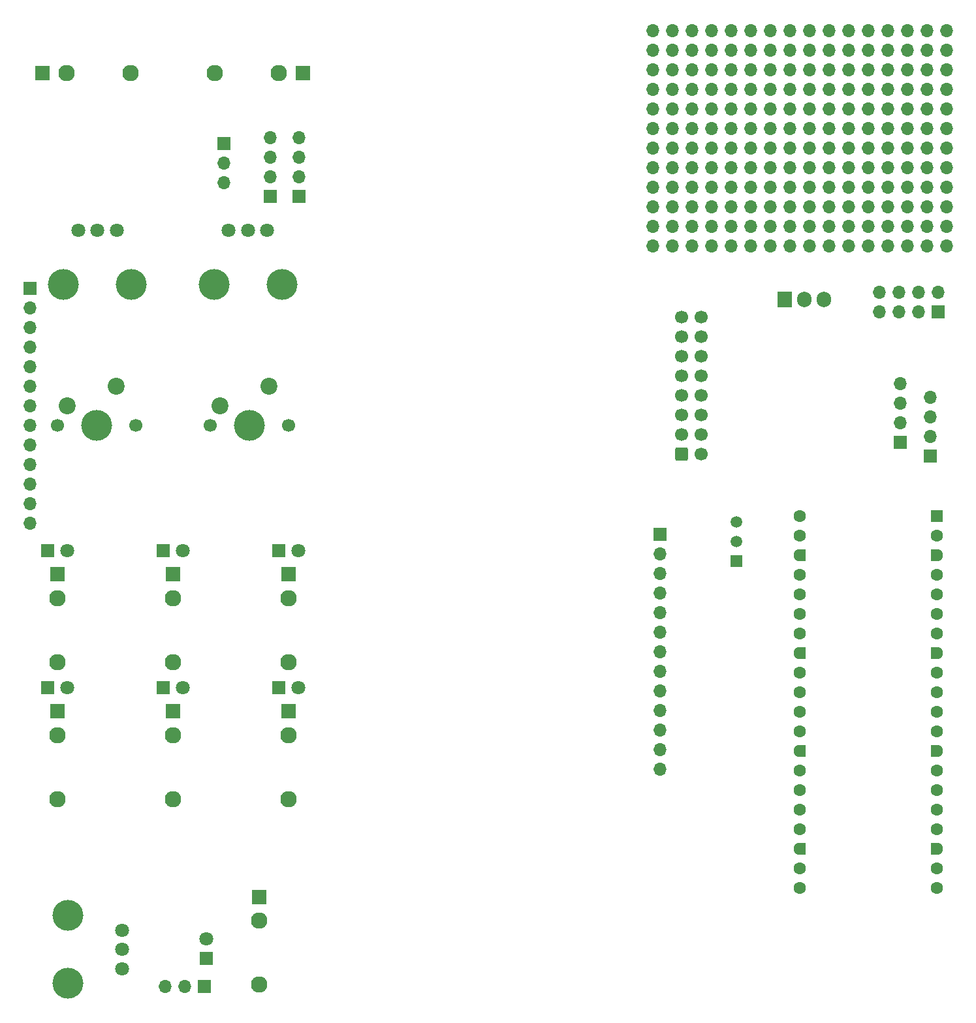
<source format=gbr>
%TF.GenerationSoftware,KiCad,Pcbnew,7.0.9*%
%TF.CreationDate,2024-01-14T22:47:39+01:00*%
%TF.ProjectId,euroPI-kicad_surfacemount_discretes_and_ics,6575726f-5049-42d6-9b69-6361645f7375,rev?*%
%TF.SameCoordinates,Original*%
%TF.FileFunction,Soldermask,Bot*%
%TF.FilePolarity,Negative*%
%FSLAX46Y46*%
G04 Gerber Fmt 4.6, Leading zero omitted, Abs format (unit mm)*
G04 Created by KiCad (PCBNEW 7.0.9) date 2024-01-14 22:47:39*
%MOMM*%
%LPD*%
G01*
G04 APERTURE LIST*
G04 Aperture macros list*
%AMRoundRect*
0 Rectangle with rounded corners*
0 $1 Rounding radius*
0 $2 $3 $4 $5 $6 $7 $8 $9 X,Y pos of 4 corners*
0 Add a 4 corners polygon primitive as box body*
4,1,4,$2,$3,$4,$5,$6,$7,$8,$9,$2,$3,0*
0 Add four circle primitives for the rounded corners*
1,1,$1+$1,$2,$3*
1,1,$1+$1,$4,$5*
1,1,$1+$1,$6,$7*
1,1,$1+$1,$8,$9*
0 Add four rect primitives between the rounded corners*
20,1,$1+$1,$2,$3,$4,$5,0*
20,1,$1+$1,$4,$5,$6,$7,0*
20,1,$1+$1,$6,$7,$8,$9,0*
20,1,$1+$1,$8,$9,$2,$3,0*%
%AMFreePoly0*
4,1,28,0.605014,0.794986,0.644504,0.794986,0.724698,0.756366,0.780194,0.686777,0.800000,0.600000,0.800000,-0.600000,0.780194,-0.686777,0.724698,-0.756366,0.644504,-0.794986,0.605014,-0.794986,0.600000,-0.800000,0.000000,-0.800000,-0.178017,-0.779942,-0.347107,-0.720775,-0.498792,-0.625465,-0.625465,-0.498792,-0.720775,-0.347107,-0.779942,-0.178017,-0.800000,0.000000,-0.779942,0.178017,
-0.720775,0.347107,-0.625465,0.498792,-0.498792,0.625465,-0.347107,0.720775,-0.178017,0.779942,0.000000,0.800000,0.600000,0.800000,0.605014,0.794986,0.605014,0.794986,$1*%
%AMFreePoly1*
4,1,28,0.178017,0.779942,0.347107,0.720775,0.498792,0.625465,0.625465,0.498792,0.720775,0.347107,0.779942,0.178017,0.800000,0.000000,0.779942,-0.178017,0.720775,-0.347107,0.625465,-0.498792,0.498792,-0.625465,0.347107,-0.720775,0.178017,-0.779942,0.000000,-0.800000,-0.600000,-0.800000,-0.605014,-0.794986,-0.644504,-0.794986,-0.724698,-0.756366,-0.780194,-0.686777,-0.800000,-0.600000,
-0.800000,0.600000,-0.780194,0.686777,-0.724698,0.756366,-0.644504,0.794986,-0.605014,0.794986,-0.600000,0.800000,0.000000,0.800000,0.178017,0.779942,0.178017,0.779942,$1*%
G04 Aperture macros list end*
%ADD10O,1.700000X1.700000*%
%ADD11R,1.700000X1.700000*%
%ADD12R,1.830000X1.930000*%
%ADD13C,2.130000*%
%ADD14R,1.930000X1.830000*%
%ADD15R,1.800000X1.800000*%
%ADD16C,1.800000*%
%ADD17C,4.000000*%
%ADD18C,1.700000*%
%ADD19C,2.200000*%
%ADD20R,1.500000X1.500000*%
%ADD21C,1.500000*%
%ADD22RoundRect,0.200000X0.600000X0.600000X-0.600000X0.600000X-0.600000X-0.600000X0.600000X-0.600000X0*%
%ADD23C,1.600000*%
%ADD24FreePoly0,180.000000*%
%ADD25FreePoly1,180.000000*%
%ADD26RoundRect,0.250000X-0.600000X-0.600000X0.600000X-0.600000X0.600000X0.600000X-0.600000X0.600000X0*%
%ADD27R,1.905000X2.000000*%
%ADD28O,1.905000X2.000000*%
G04 APERTURE END LIST*
D10*
%TO.C,REF\u002A\u002A*%
X181610000Y-54610000D03*
X181610000Y-52070000D03*
X181610000Y-49530000D03*
X181610000Y-46990000D03*
X181610000Y-44450000D03*
X181610000Y-41910000D03*
X181610000Y-39370000D03*
X181610000Y-36830000D03*
X181610000Y-34290000D03*
X181610000Y-31750000D03*
X181610000Y-29210000D03*
X181610000Y-26670000D03*
X179070000Y-54610000D03*
X179070000Y-52070000D03*
X179070000Y-49530000D03*
X179070000Y-46990000D03*
X179070000Y-44450000D03*
X179070000Y-41910000D03*
X179070000Y-39370000D03*
X179070000Y-36830000D03*
X179070000Y-34290000D03*
X179070000Y-31750000D03*
X179070000Y-29210000D03*
X179070000Y-26670000D03*
X176530000Y-54610000D03*
X176530000Y-52070000D03*
X176530000Y-49530000D03*
X176530000Y-46990000D03*
X176530000Y-44450000D03*
X176530000Y-41910000D03*
X176530000Y-39370000D03*
X176530000Y-36830000D03*
X176530000Y-34290000D03*
X176530000Y-31750000D03*
X176530000Y-29210000D03*
X176530000Y-26670000D03*
X173990000Y-54610000D03*
X173990000Y-52070000D03*
X173990000Y-49530000D03*
X173990000Y-46990000D03*
X173990000Y-44450000D03*
X173990000Y-41910000D03*
X173990000Y-39370000D03*
X173990000Y-36830000D03*
X173990000Y-34290000D03*
X173990000Y-31750000D03*
X173990000Y-29210000D03*
X173990000Y-26670000D03*
X171450000Y-54610000D03*
X171450000Y-52070000D03*
X171450000Y-49530000D03*
X171450000Y-46990000D03*
X171450000Y-44450000D03*
X171450000Y-41910000D03*
X171450000Y-39370000D03*
X171450000Y-36830000D03*
X171450000Y-34290000D03*
X171450000Y-31750000D03*
X171450000Y-29210000D03*
X171450000Y-26670000D03*
X168910000Y-54610000D03*
X168910000Y-52070000D03*
X168910000Y-49530000D03*
X168910000Y-46990000D03*
X168910000Y-44450000D03*
X168910000Y-41910000D03*
X168910000Y-39370000D03*
X168910000Y-36830000D03*
X168910000Y-34290000D03*
X168910000Y-31750000D03*
X168910000Y-29210000D03*
X168910000Y-26670000D03*
X166370000Y-54610000D03*
X166370000Y-52070000D03*
X166370000Y-49530000D03*
X166370000Y-46990000D03*
X166370000Y-44450000D03*
X166370000Y-41910000D03*
X166370000Y-39370000D03*
X166370000Y-36830000D03*
X166370000Y-34290000D03*
X166370000Y-31750000D03*
X166370000Y-29210000D03*
X166370000Y-26670000D03*
X163830000Y-54610000D03*
X163830000Y-52070000D03*
X163830000Y-49530000D03*
X163830000Y-46990000D03*
X163830000Y-44450000D03*
X163830000Y-41910000D03*
X163830000Y-39370000D03*
X163830000Y-36830000D03*
X163830000Y-34290000D03*
X163830000Y-31750000D03*
X163830000Y-29210000D03*
X163830000Y-26670000D03*
X184150000Y-54610000D03*
X184150000Y-52070000D03*
X184150000Y-49530000D03*
X184150000Y-46990000D03*
X184150000Y-44450000D03*
X184150000Y-41910000D03*
X184150000Y-39370000D03*
X184150000Y-36830000D03*
X184150000Y-34290000D03*
X184150000Y-31750000D03*
X184150000Y-29210000D03*
X184150000Y-26670000D03*
X186690000Y-54610000D03*
X186690000Y-52070000D03*
X186690000Y-49530000D03*
X186690000Y-46990000D03*
X186690000Y-44450000D03*
X186690000Y-41910000D03*
X186690000Y-39370000D03*
X186690000Y-36830000D03*
X186690000Y-34290000D03*
X186690000Y-31750000D03*
X186690000Y-29210000D03*
X186690000Y-26670000D03*
X189230000Y-54610000D03*
X189230000Y-52070000D03*
X189230000Y-49530000D03*
X189230000Y-46990000D03*
X189230000Y-44450000D03*
X189230000Y-41910000D03*
X189230000Y-39370000D03*
X189230000Y-36830000D03*
X189230000Y-34290000D03*
X189230000Y-31750000D03*
X189230000Y-29210000D03*
X189230000Y-26670000D03*
X191770000Y-54610000D03*
X191770000Y-52070000D03*
X191770000Y-49530000D03*
X191770000Y-46990000D03*
X191770000Y-44450000D03*
X191770000Y-41910000D03*
X191770000Y-39370000D03*
X191770000Y-36830000D03*
X191770000Y-34290000D03*
X191770000Y-31750000D03*
X191770000Y-29210000D03*
X191770000Y-26670000D03*
X194310000Y-54610000D03*
X194310000Y-52070000D03*
X194310000Y-49530000D03*
X194310000Y-46990000D03*
X194310000Y-44450000D03*
X194310000Y-41910000D03*
X194310000Y-39370000D03*
X194310000Y-36830000D03*
X194310000Y-34290000D03*
X194310000Y-31750000D03*
X194310000Y-29210000D03*
X194310000Y-26670000D03*
X196850000Y-54610000D03*
X196850000Y-52070000D03*
X196850000Y-49530000D03*
X196850000Y-46990000D03*
X196850000Y-44450000D03*
X196850000Y-41910000D03*
X196850000Y-39370000D03*
X196850000Y-36830000D03*
X196850000Y-34290000D03*
X196850000Y-31750000D03*
X196850000Y-29210000D03*
X196850000Y-26670000D03*
X199390000Y-54610000D03*
X199390000Y-52070000D03*
X199390000Y-49530000D03*
X199390000Y-46990000D03*
X199390000Y-44450000D03*
X199390000Y-41910000D03*
X199390000Y-39370000D03*
X199390000Y-36830000D03*
X199390000Y-34290000D03*
X199390000Y-31750000D03*
X199390000Y-29210000D03*
X199390000Y-26670000D03*
X201930000Y-54610000D03*
X201930000Y-52070000D03*
X201930000Y-49530000D03*
X201930000Y-46990000D03*
X201930000Y-44450000D03*
X201930000Y-41910000D03*
X201930000Y-39370000D03*
X201930000Y-36830000D03*
X201930000Y-34290000D03*
X201930000Y-31750000D03*
X201930000Y-29210000D03*
X201930000Y-26670000D03*
%TD*%
D11*
%TO.C,J14*%
X108204000Y-41284000D03*
D10*
X108204000Y-43824000D03*
X108204000Y-46364000D03*
%TD*%
D12*
%TO.C,J8*%
X84720648Y-32140000D03*
D13*
X96120648Y-32140000D03*
X87820648Y-32140000D03*
%TD*%
D14*
%TO.C,J4*%
X86614000Y-114974000D03*
D13*
X86614000Y-126374000D03*
X86614000Y-118074000D03*
%TD*%
D15*
%TO.C,LED6*%
X115311000Y-111896000D03*
D16*
X117851000Y-111896000D03*
%TD*%
D17*
%TO.C,VR3*%
X87996000Y-150278000D03*
X87996000Y-141478000D03*
D16*
X94996000Y-143378000D03*
X94996000Y-145878000D03*
X94996000Y-148378000D03*
%TD*%
D14*
%TO.C,J2*%
X101605824Y-97194000D03*
D13*
X101605824Y-108594000D03*
X101605824Y-100294000D03*
%TD*%
D18*
%TO.C,SW2*%
X86614000Y-77860000D03*
D17*
X91694000Y-77860000D03*
D18*
X96774000Y-77860000D03*
D19*
X94234000Y-72780000D03*
X87884000Y-75320000D03*
%TD*%
D12*
%TO.C,J7*%
X118461000Y-32190800D03*
D13*
X107061000Y-32190800D03*
X115361000Y-32190800D03*
%TD*%
D14*
%TO.C,J1*%
X86614000Y-97194000D03*
D13*
X86614000Y-108594000D03*
X86614000Y-100294000D03*
%TD*%
D14*
%TO.C,J20*%
X112776707Y-139065000D03*
D13*
X112776707Y-150465000D03*
X112776707Y-142165000D03*
%TD*%
D11*
%TO.C,J11*%
X164812000Y-92051000D03*
D10*
X164812000Y-94591000D03*
X164812000Y-97131000D03*
X164812000Y-99671000D03*
X164812000Y-102211000D03*
X164812000Y-104751000D03*
X164812000Y-107291000D03*
X164812000Y-109831000D03*
X164812000Y-112371000D03*
X164812000Y-114911000D03*
X164812000Y-117451000D03*
X164812000Y-119991000D03*
X164812000Y-122531000D03*
%TD*%
D15*
%TO.C,LED5*%
X100330824Y-111896000D03*
D16*
X102870824Y-111896000D03*
%TD*%
D14*
%TO.C,J3*%
X116597648Y-97194000D03*
D13*
X116597648Y-108594000D03*
X116597648Y-100294000D03*
%TD*%
D15*
%TO.C,LED7*%
X105918000Y-147066000D03*
D16*
X105918000Y-144526000D03*
%TD*%
D11*
%TO.C,J18*%
X195990500Y-80113000D03*
D10*
X195990500Y-77573000D03*
X195990500Y-75033000D03*
X195990500Y-72493000D03*
%TD*%
D20*
%TO.C,Q1*%
X174697000Y-95480000D03*
D21*
X174697000Y-92940000D03*
X174697000Y-90400000D03*
%TD*%
D18*
%TO.C,SW1*%
X106451400Y-77885400D03*
D17*
X111531400Y-77885400D03*
D18*
X116611400Y-77885400D03*
D19*
X114071400Y-72805400D03*
X107721400Y-75345400D03*
%TD*%
D14*
%TO.C,J5*%
X101605824Y-114974000D03*
D13*
X101605824Y-126374000D03*
X101605824Y-118074000D03*
%TD*%
D17*
%TO.C,VR1*%
X115759400Y-59597400D03*
X106959400Y-59597400D03*
D16*
X108859400Y-52597400D03*
X111359400Y-52597400D03*
X113859400Y-52597400D03*
%TD*%
D15*
%TO.C,LED2*%
X100325000Y-94116000D03*
D16*
X102865000Y-94116000D03*
%TD*%
D17*
%TO.C,VR2*%
X96232648Y-59587000D03*
X87432648Y-59587000D03*
D16*
X89332648Y-52587000D03*
X91832648Y-52587000D03*
X94332648Y-52587000D03*
%TD*%
D15*
%TO.C,LED4*%
X85339000Y-111896000D03*
D16*
X87879000Y-111896000D03*
%TD*%
D11*
%TO.C,J12*%
X117957600Y-48142000D03*
D10*
X117957600Y-45602000D03*
X117957600Y-43062000D03*
X117957600Y-40522000D03*
%TD*%
D14*
%TO.C,J6*%
X116597648Y-114974000D03*
D13*
X116597648Y-126374000D03*
X116597648Y-118074000D03*
%TD*%
D15*
%TO.C,LED3*%
X115316000Y-94116000D03*
D16*
X117856000Y-94116000D03*
%TD*%
D15*
%TO.C,LED1*%
X85344000Y-94116000D03*
D16*
X87884000Y-94116000D03*
%TD*%
D11*
%TO.C,J16*%
X200880000Y-63120400D03*
D10*
X198340000Y-63120400D03*
X195800000Y-63120400D03*
X193260000Y-63120400D03*
X200880000Y-60580400D03*
X198340000Y-60580400D03*
X195800000Y-60580400D03*
X193260000Y-60580400D03*
%TD*%
D11*
%TO.C,J15*%
X199864000Y-81891000D03*
D10*
X199864000Y-79351000D03*
X199864000Y-76811000D03*
X199864000Y-74271000D03*
%TD*%
D22*
%TO.C,U2*%
X200720000Y-89638000D03*
D23*
X200720000Y-92178000D03*
D24*
X200720000Y-94718000D03*
D23*
X200720000Y-97258000D03*
X200720000Y-99798000D03*
X200720000Y-102338000D03*
X200720000Y-104878000D03*
D24*
X200720000Y-107418000D03*
D23*
X200720000Y-109958000D03*
X200720000Y-112498000D03*
X200720000Y-115038000D03*
X200720000Y-117578000D03*
D24*
X200720000Y-120118000D03*
D23*
X200720000Y-122658000D03*
X200720000Y-125198000D03*
X200720000Y-127738000D03*
X200720000Y-130278000D03*
D24*
X200720000Y-132818000D03*
D23*
X200720000Y-135358000D03*
X200720000Y-137898000D03*
X182940000Y-137898000D03*
X182940000Y-135358000D03*
D25*
X182940000Y-132818000D03*
D23*
X182940000Y-130278000D03*
X182940000Y-127738000D03*
X182940000Y-125198000D03*
X182940000Y-122658000D03*
D25*
X182940000Y-120118000D03*
D23*
X182940000Y-117578000D03*
X182940000Y-115038000D03*
X182940000Y-112498000D03*
X182940000Y-109958000D03*
D25*
X182940000Y-107418000D03*
D23*
X182940000Y-104878000D03*
X182940000Y-102338000D03*
X182940000Y-99798000D03*
X182940000Y-97258000D03*
D25*
X182940000Y-94718000D03*
D23*
X182940000Y-92178000D03*
X182940000Y-89638000D03*
%TD*%
D11*
%TO.C,J21*%
X105664000Y-150664000D03*
D10*
X103124000Y-150664000D03*
X100584000Y-150664000D03*
%TD*%
D11*
%TO.C,J19*%
X114211500Y-48142000D03*
D10*
X114211500Y-45602000D03*
X114211500Y-43062000D03*
X114211500Y-40522000D03*
%TD*%
D11*
%TO.C,J17*%
X83058000Y-60080000D03*
D10*
X83058000Y-62620000D03*
X83058000Y-65160000D03*
X83058000Y-67700000D03*
X83058000Y-70240000D03*
X83058000Y-72780000D03*
X83058000Y-75320000D03*
X83058000Y-77860000D03*
X83058000Y-80400000D03*
X83058000Y-82940000D03*
X83058000Y-85480000D03*
X83058000Y-88020000D03*
X83058000Y-90560000D03*
%TD*%
D26*
%TO.C,J10*%
X167606000Y-81637000D03*
D18*
X170146000Y-81637000D03*
X167606000Y-79097000D03*
X170146000Y-79097000D03*
X167606000Y-76557000D03*
X170146000Y-76557000D03*
X167606000Y-74017000D03*
X170146000Y-74017000D03*
X167606000Y-71477000D03*
X170146000Y-71477000D03*
X167606000Y-68937000D03*
X170146000Y-68937000D03*
X167606000Y-66397000D03*
X170146000Y-66397000D03*
X167606000Y-63857000D03*
X170146000Y-63857000D03*
%TD*%
D27*
%TO.C,U1*%
X180941000Y-61515000D03*
D28*
X183481000Y-61515000D03*
X186021000Y-61515000D03*
%TD*%
M02*

</source>
